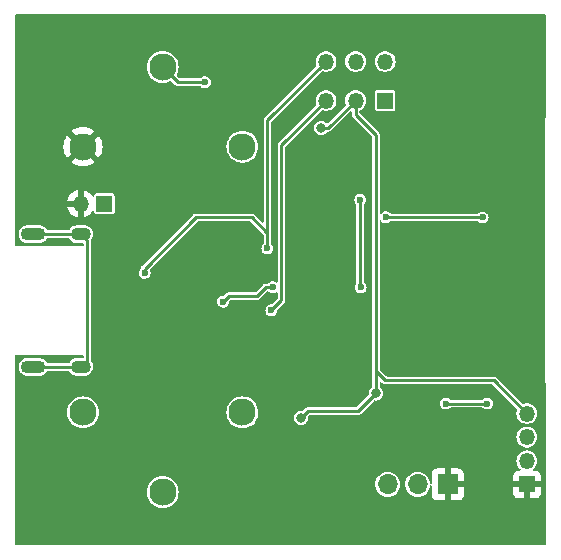
<source format=gbl>
%TF.GenerationSoftware,KiCad,Pcbnew,7.0.7*%
%TF.CreationDate,2023-09-18T11:47:39+09:00*%
%TF.ProjectId,gas_nrf52832,6761735f-6e72-4663-9532-3833322e6b69,rev?*%
%TF.SameCoordinates,Original*%
%TF.FileFunction,Copper,L2,Bot*%
%TF.FilePolarity,Positive*%
%FSLAX46Y46*%
G04 Gerber Fmt 4.6, Leading zero omitted, Abs format (unit mm)*
G04 Created by KiCad (PCBNEW 7.0.7) date 2023-09-18 11:47:39*
%MOMM*%
%LPD*%
G01*
G04 APERTURE LIST*
%TA.AperFunction,ComponentPad*%
%ADD10R,1.700000X1.700000*%
%TD*%
%TA.AperFunction,ComponentPad*%
%ADD11O,1.700000X1.700000*%
%TD*%
%TA.AperFunction,ComponentPad*%
%ADD12R,1.350000X1.350000*%
%TD*%
%TA.AperFunction,ComponentPad*%
%ADD13O,1.350000X1.350000*%
%TD*%
%TA.AperFunction,ComponentPad*%
%ADD14O,2.100000X1.100000*%
%TD*%
%TA.AperFunction,ComponentPad*%
%ADD15O,1.700000X1.100000*%
%TD*%
%TA.AperFunction,ComponentPad*%
%ADD16C,2.300000*%
%TD*%
%TA.AperFunction,ViaPad*%
%ADD17C,0.600000*%
%TD*%
%TA.AperFunction,ViaPad*%
%ADD18C,0.800000*%
%TD*%
%TA.AperFunction,Conductor*%
%ADD19C,0.250000*%
%TD*%
G04 APERTURE END LIST*
D10*
X141300000Y-111500000D03*
D11*
X138760000Y-111500000D03*
X136220000Y-111500000D03*
D12*
X112215312Y-87735312D03*
D13*
X110215312Y-87735312D03*
D14*
X106215312Y-90315312D03*
X106215312Y-101555312D03*
D15*
X110215312Y-90315312D03*
X110215312Y-101555312D03*
D12*
X148000000Y-111500000D03*
D13*
X148000000Y-109500000D03*
X148000000Y-107500000D03*
X148000000Y-105500000D03*
D12*
X136000000Y-79000000D03*
D13*
X133500000Y-79000000D03*
X131000000Y-79000000D03*
X136000000Y-75700000D03*
X133500000Y-75700000D03*
X131000000Y-75700000D03*
D16*
X123920000Y-105400000D03*
X110420000Y-105400000D03*
X117170000Y-112150000D03*
X117170000Y-76150000D03*
X110420000Y-82900000D03*
X123920000Y-82900000D03*
D17*
X148500000Y-84500000D03*
X144500000Y-84500000D03*
X126032812Y-91525312D03*
X115632812Y-93600312D03*
D18*
X130600000Y-81300000D03*
X135200000Y-103800000D03*
X128900000Y-105850000D03*
D17*
X144250000Y-88900000D03*
X136070000Y-88870000D03*
X106265312Y-87165312D03*
X142035000Y-109722500D03*
X108365312Y-103065312D03*
X146375000Y-93850000D03*
X141300000Y-109700000D03*
X144735000Y-108572500D03*
X120265312Y-95165312D03*
X116832812Y-96425312D03*
X137775000Y-89950000D03*
X147900000Y-102400000D03*
X129332812Y-93715312D03*
X112050000Y-81250000D03*
X148000000Y-113100000D03*
X136275000Y-91750000D03*
X148975000Y-94450000D03*
X114615312Y-96465312D03*
X146400000Y-111500000D03*
X118532812Y-97175312D03*
X124542812Y-90865312D03*
X138700000Y-104000000D03*
X148975000Y-93150000D03*
X128032812Y-92315312D03*
X147875000Y-88150000D03*
X137800000Y-101900000D03*
X139475000Y-98350000D03*
X116565312Y-90965312D03*
X143635000Y-109722500D03*
X139475000Y-93850000D03*
X110215312Y-85885312D03*
X149200000Y-102350000D03*
X115265312Y-89565312D03*
X122782812Y-89525312D03*
X108850000Y-81250000D03*
X147875000Y-94450000D03*
X139800000Y-107600000D03*
X112582812Y-98665312D03*
X111515312Y-91815312D03*
X112682812Y-93215312D03*
X136275000Y-100150000D03*
X129800000Y-89800000D03*
X136275000Y-89950000D03*
X123445000Y-79600000D03*
X145475000Y-96050000D03*
X143775000Y-98350000D03*
X123765312Y-96365312D03*
X148975000Y-89450000D03*
X129100000Y-90500000D03*
X117282812Y-89685312D03*
X147900000Y-103500000D03*
X143775000Y-93850000D03*
X127632812Y-99625312D03*
X149200000Y-103500000D03*
D18*
X121832812Y-93575312D03*
D17*
X149000000Y-113100000D03*
X108850000Y-84450000D03*
X107765312Y-87215312D03*
X141675000Y-96050000D03*
X132000000Y-91950000D03*
X147875000Y-93150000D03*
X148975000Y-88150000D03*
X146500000Y-113100000D03*
X112050000Y-84450000D03*
X111482812Y-100015312D03*
X114615312Y-95465312D03*
X118432812Y-88485312D03*
X119865312Y-95865312D03*
D18*
X123282812Y-93575312D03*
X121832812Y-92225312D03*
D17*
X123445000Y-78550000D03*
X136300000Y-101900000D03*
X107265312Y-104165312D03*
X147875000Y-89450000D03*
X119532812Y-90725312D03*
X125974427Y-92496167D03*
X143000000Y-111500000D03*
X138085000Y-109622500D03*
D18*
X123282812Y-92225312D03*
D17*
X138206233Y-103324500D03*
X128032812Y-95065312D03*
X114032812Y-90965312D03*
X122282812Y-96025312D03*
X126482812Y-94815312D03*
X133900000Y-87400000D03*
X133924500Y-94824500D03*
X126365312Y-96765312D03*
X120745000Y-77450000D03*
X141135000Y-104655000D03*
X144635000Y-104655000D03*
D19*
X124707812Y-88900312D02*
X119957812Y-88900312D01*
X115632812Y-93225312D02*
X115632812Y-93600312D01*
X126032812Y-91525312D02*
X126032812Y-80667188D01*
X119957812Y-88900312D02*
X115632812Y-93225312D01*
X126032812Y-80667188D02*
X131000000Y-75700000D01*
X126032812Y-91525312D02*
X126032812Y-90225312D01*
X126032812Y-90225312D02*
X124707812Y-88900312D01*
X136100000Y-102700000D02*
X145200000Y-102700000D01*
X131200000Y-81300000D02*
X130600000Y-81300000D01*
X135200000Y-103800000D02*
X135200000Y-97600000D01*
X129450000Y-105300000D02*
X133700000Y-105300000D01*
X135200000Y-97600000D02*
X135200000Y-81900000D01*
X133700000Y-105300000D02*
X135200000Y-103800000D01*
X135200000Y-102500000D02*
X135200000Y-103800000D01*
X136000000Y-102700000D02*
X135200000Y-101900000D01*
X133500000Y-79000000D02*
X131200000Y-81300000D01*
X135200000Y-101900000D02*
X135200000Y-102500000D01*
X133500000Y-80200000D02*
X133500000Y-79000000D01*
X135200000Y-81900000D02*
X133500000Y-80200000D01*
X136100000Y-102700000D02*
X136000000Y-102700000D01*
X145200000Y-102700000D02*
X148000000Y-105500000D01*
X128900000Y-105850000D02*
X129450000Y-105300000D01*
X144250000Y-88900000D02*
X136100000Y-88900000D01*
X136100000Y-88900000D02*
X136070000Y-88870000D01*
X125142812Y-95565312D02*
X125892812Y-94815312D01*
X122282812Y-96025312D02*
X122742812Y-95565312D01*
X122742812Y-95565312D02*
X125142812Y-95565312D01*
X125892812Y-94815312D02*
X126482812Y-94815312D01*
X133900000Y-87400000D02*
X133900000Y-94800000D01*
X133900000Y-94800000D02*
X133924500Y-94824500D01*
X110800000Y-100970624D02*
X110215312Y-101555312D01*
X110215312Y-90315312D02*
X110800000Y-90900000D01*
X106215312Y-90315312D02*
X110215312Y-90315312D01*
X110215312Y-101555312D02*
X106215312Y-101555312D01*
X110800000Y-90900000D02*
X110800000Y-100970624D01*
X126365312Y-96765312D02*
X127216696Y-95913928D01*
X127216696Y-95913928D02*
X127216696Y-82783304D01*
X127216696Y-82783304D02*
X131000000Y-79000000D01*
X118470000Y-77450000D02*
X117170000Y-76150000D01*
X120745000Y-77450000D02*
X118470000Y-77450000D01*
X141135000Y-104655000D02*
X144635000Y-104655000D01*
%TA.AperFunction,Conductor*%
G36*
X149623205Y-71717313D02*
G01*
X149648515Y-71761150D01*
X149649638Y-71774360D01*
X149564632Y-89243125D01*
X149550000Y-92250000D01*
X149593425Y-113485063D01*
X149599735Y-116570349D01*
X149582519Y-116617950D01*
X149538734Y-116643349D01*
X149525735Y-116644500D01*
X104724500Y-116644500D01*
X104676934Y-116627187D01*
X104651624Y-116583350D01*
X104650500Y-116570500D01*
X104650500Y-112150004D01*
X115814341Y-112150004D01*
X115834936Y-112385403D01*
X115834936Y-112385406D01*
X115834937Y-112385408D01*
X115896097Y-112613663D01*
X115995965Y-112827830D01*
X116131505Y-113021401D01*
X116298599Y-113188495D01*
X116492170Y-113324035D01*
X116706337Y-113423903D01*
X116934592Y-113485063D01*
X117052295Y-113495361D01*
X117169996Y-113505659D01*
X117170000Y-113505659D01*
X117170004Y-113505659D01*
X117274625Y-113496505D01*
X117405408Y-113485063D01*
X117633663Y-113423903D01*
X117847830Y-113324035D01*
X118041401Y-113188495D01*
X118208495Y-113021401D01*
X118344035Y-112827830D01*
X118443903Y-112613663D01*
X118505063Y-112385408D01*
X118525659Y-112150000D01*
X118505063Y-111914592D01*
X118443903Y-111686337D01*
X118357012Y-111499999D01*
X135164417Y-111499999D01*
X135184700Y-111705935D01*
X135198067Y-111750000D01*
X135244768Y-111903954D01*
X135342315Y-112086450D01*
X135473590Y-112246410D01*
X135633550Y-112377685D01*
X135816046Y-112475232D01*
X136014066Y-112535300D01*
X136220000Y-112555583D01*
X136425934Y-112535300D01*
X136623954Y-112475232D01*
X136806450Y-112377685D01*
X136966410Y-112246410D01*
X137097685Y-112086450D01*
X137195232Y-111903954D01*
X137255300Y-111705934D01*
X137275583Y-111500000D01*
X137275583Y-111499999D01*
X137704417Y-111499999D01*
X137724700Y-111705935D01*
X137738067Y-111750000D01*
X137784768Y-111903954D01*
X137882315Y-112086450D01*
X138013590Y-112246410D01*
X138173550Y-112377685D01*
X138356046Y-112475232D01*
X138554066Y-112535300D01*
X138760000Y-112555583D01*
X138965934Y-112535300D01*
X139163954Y-112475232D01*
X139346450Y-112377685D01*
X139506410Y-112246410D01*
X139637685Y-112086450D01*
X139735232Y-111903954D01*
X139795300Y-111705934D01*
X139802356Y-111634286D01*
X139824248Y-111588647D01*
X139870355Y-111567757D01*
X139919103Y-111581390D01*
X139947683Y-111623169D01*
X139950000Y-111641541D01*
X139950000Y-112397828D01*
X139956402Y-112457375D01*
X139956403Y-112457380D01*
X140006645Y-112592087D01*
X140006646Y-112592088D01*
X140092811Y-112707188D01*
X140207911Y-112793353D01*
X140207912Y-112793354D01*
X140342619Y-112843596D01*
X140342624Y-112843597D01*
X140402171Y-112850000D01*
X141050000Y-112850000D01*
X141050000Y-112050648D01*
X141067313Y-112003082D01*
X141111150Y-111977772D01*
X141154739Y-111983334D01*
X141157685Y-111984680D01*
X141264237Y-112000000D01*
X141264243Y-112000000D01*
X141335757Y-112000000D01*
X141335763Y-112000000D01*
X141442315Y-111984680D01*
X141445260Y-111983334D01*
X141495719Y-111979324D01*
X141536952Y-112008685D01*
X141550000Y-112050648D01*
X141550000Y-112850000D01*
X142197829Y-112850000D01*
X142257375Y-112843597D01*
X142257380Y-112843596D01*
X142392087Y-112793354D01*
X142392088Y-112793353D01*
X142507188Y-112707188D01*
X142593353Y-112592088D01*
X142593354Y-112592087D01*
X142643596Y-112457380D01*
X142643597Y-112457375D01*
X142650000Y-112397828D01*
X142650000Y-112222828D01*
X146825000Y-112222828D01*
X146831402Y-112282375D01*
X146831403Y-112282380D01*
X146881645Y-112417087D01*
X146881646Y-112417088D01*
X146967811Y-112532188D01*
X147082911Y-112618353D01*
X147082912Y-112618354D01*
X147217619Y-112668596D01*
X147217624Y-112668597D01*
X147277171Y-112675000D01*
X147750000Y-112675000D01*
X147750000Y-111942306D01*
X147767313Y-111894740D01*
X147811150Y-111869430D01*
X147857596Y-111876372D01*
X147874852Y-111885165D01*
X147953683Y-111897650D01*
X147968518Y-111900000D01*
X147968519Y-111900000D01*
X148031482Y-111900000D01*
X148045567Y-111897769D01*
X148125148Y-111885165D01*
X148142403Y-111876372D01*
X148192643Y-111870202D01*
X148235097Y-111897769D01*
X148250000Y-111942306D01*
X148250000Y-112675000D01*
X148722829Y-112675000D01*
X148782375Y-112668597D01*
X148782380Y-112668596D01*
X148917087Y-112618354D01*
X148917088Y-112618353D01*
X149032188Y-112532188D01*
X149118353Y-112417088D01*
X149118354Y-112417087D01*
X149168596Y-112282380D01*
X149168597Y-112282375D01*
X149175000Y-112222828D01*
X149175000Y-111750000D01*
X148442307Y-111750000D01*
X148394741Y-111732687D01*
X148369431Y-111688850D01*
X148376373Y-111642404D01*
X148385164Y-111625149D01*
X148385165Y-111625148D01*
X148404986Y-111500000D01*
X148385165Y-111374852D01*
X148376373Y-111357596D01*
X148370204Y-111307354D01*
X148397772Y-111264901D01*
X148442307Y-111250000D01*
X149175000Y-111250000D01*
X149175000Y-110777171D01*
X149168597Y-110717624D01*
X149168596Y-110717619D01*
X149118354Y-110582912D01*
X149118353Y-110582911D01*
X149032188Y-110467811D01*
X148917088Y-110381646D01*
X148917087Y-110381645D01*
X148782380Y-110331403D01*
X148782375Y-110331402D01*
X148722829Y-110325000D01*
X148581723Y-110325000D01*
X148534157Y-110307687D01*
X148508847Y-110263850D01*
X148517637Y-110214000D01*
X148538227Y-110191133D01*
X148589047Y-110154209D01*
X148589046Y-110154209D01*
X148589050Y-110154207D01*
X148712195Y-110017440D01*
X148804214Y-109858059D01*
X148861085Y-109683029D01*
X148880322Y-109500000D01*
X148861085Y-109316971D01*
X148857127Y-109304789D01*
X148804215Y-109141942D01*
X148712197Y-108982563D01*
X148712194Y-108982558D01*
X148589047Y-108845790D01*
X148440167Y-108737622D01*
X148440160Y-108737618D01*
X148272035Y-108662764D01*
X148272033Y-108662763D01*
X148130282Y-108632633D01*
X148092019Y-108624500D01*
X147907981Y-108624500D01*
X147876425Y-108631207D01*
X147727966Y-108662763D01*
X147727964Y-108662764D01*
X147559839Y-108737618D01*
X147559832Y-108737622D01*
X147410952Y-108845790D01*
X147287805Y-108982558D01*
X147287802Y-108982563D01*
X147195784Y-109141942D01*
X147138916Y-109316965D01*
X147119678Y-109500000D01*
X147138916Y-109683034D01*
X147195784Y-109858057D01*
X147287802Y-110017436D01*
X147287805Y-110017441D01*
X147410952Y-110154209D01*
X147461773Y-110191133D01*
X147490079Y-110233098D01*
X147484788Y-110283439D01*
X147448375Y-110318602D01*
X147418277Y-110325000D01*
X147277171Y-110325000D01*
X147217624Y-110331402D01*
X147217619Y-110331403D01*
X147082912Y-110381645D01*
X147082911Y-110381646D01*
X146967811Y-110467811D01*
X146881646Y-110582911D01*
X146881645Y-110582912D01*
X146831403Y-110717619D01*
X146831402Y-110717624D01*
X146825000Y-110777171D01*
X146825000Y-111250000D01*
X147557693Y-111250000D01*
X147605259Y-111267313D01*
X147630569Y-111311150D01*
X147623627Y-111357596D01*
X147614835Y-111374850D01*
X147614835Y-111374851D01*
X147595014Y-111499999D01*
X147614835Y-111625148D01*
X147614835Y-111625149D01*
X147623627Y-111642404D01*
X147629796Y-111692646D01*
X147602228Y-111735099D01*
X147557693Y-111750000D01*
X146825000Y-111750000D01*
X146825000Y-112222828D01*
X142650000Y-112222828D01*
X142650000Y-111750000D01*
X141846554Y-111750000D01*
X141798988Y-111732687D01*
X141773678Y-111688850D01*
X141775552Y-111655151D01*
X141800000Y-111571891D01*
X141800000Y-111428108D01*
X141775552Y-111344849D01*
X141778762Y-111294332D01*
X141813693Y-111257697D01*
X141846554Y-111250000D01*
X142650000Y-111250000D01*
X142650000Y-110602171D01*
X142643597Y-110542624D01*
X142643596Y-110542619D01*
X142593354Y-110407912D01*
X142593353Y-110407911D01*
X142507188Y-110292811D01*
X142392088Y-110206646D01*
X142392087Y-110206645D01*
X142257380Y-110156403D01*
X142257375Y-110156402D01*
X142197829Y-110150000D01*
X141550000Y-110150000D01*
X141550000Y-110949352D01*
X141532687Y-110996918D01*
X141488850Y-111022228D01*
X141445262Y-111016666D01*
X141442315Y-111015320D01*
X141442313Y-111015319D01*
X141442311Y-111015319D01*
X141335767Y-111000000D01*
X141335763Y-111000000D01*
X141264237Y-111000000D01*
X141264232Y-111000000D01*
X141157688Y-111015319D01*
X141157685Y-111015320D01*
X141154738Y-111016666D01*
X141104278Y-111020675D01*
X141063046Y-110991312D01*
X141050000Y-110949352D01*
X141050000Y-110150000D01*
X140402171Y-110150000D01*
X140342624Y-110156402D01*
X140342619Y-110156403D01*
X140207912Y-110206645D01*
X140207911Y-110206646D01*
X140092811Y-110292811D01*
X140006646Y-110407911D01*
X140006645Y-110407912D01*
X139956403Y-110542619D01*
X139956402Y-110542624D01*
X139950000Y-110602171D01*
X139950000Y-111358458D01*
X139932687Y-111406024D01*
X139888850Y-111431334D01*
X139839000Y-111422544D01*
X139806463Y-111383767D01*
X139802357Y-111365716D01*
X139795300Y-111294066D01*
X139735232Y-111096046D01*
X139637685Y-110913550D01*
X139506410Y-110753590D01*
X139346450Y-110622315D01*
X139163954Y-110524768D01*
X139052158Y-110490855D01*
X138965935Y-110464700D01*
X138862966Y-110454558D01*
X138760000Y-110444417D01*
X138759999Y-110444417D01*
X138554064Y-110464700D01*
X138356043Y-110524769D01*
X138173549Y-110622315D01*
X138013590Y-110753589D01*
X138013589Y-110753590D01*
X137882315Y-110913549D01*
X137784769Y-111096043D01*
X137784768Y-111096045D01*
X137784768Y-111096046D01*
X137777011Y-111121616D01*
X137724700Y-111294064D01*
X137704417Y-111499999D01*
X137275583Y-111499999D01*
X137255300Y-111294066D01*
X137195232Y-111096046D01*
X137097685Y-110913550D01*
X136966410Y-110753590D01*
X136806450Y-110622315D01*
X136623954Y-110524768D01*
X136512158Y-110490855D01*
X136425935Y-110464700D01*
X136220000Y-110444417D01*
X136014064Y-110464700D01*
X135816043Y-110524769D01*
X135633549Y-110622315D01*
X135473590Y-110753589D01*
X135473589Y-110753590D01*
X135342315Y-110913549D01*
X135244769Y-111096043D01*
X135244768Y-111096045D01*
X135244768Y-111096046D01*
X135237011Y-111121616D01*
X135184700Y-111294064D01*
X135164417Y-111499999D01*
X118357012Y-111499999D01*
X118344035Y-111472171D01*
X118208495Y-111278599D01*
X118041401Y-111111505D01*
X118041398Y-111111503D01*
X118041399Y-111111503D01*
X117911682Y-111020675D01*
X117847830Y-110975965D01*
X117633663Y-110876097D01*
X117405408Y-110814937D01*
X117405406Y-110814936D01*
X117405403Y-110814936D01*
X117170004Y-110794341D01*
X117169996Y-110794341D01*
X116934596Y-110814936D01*
X116934592Y-110814936D01*
X116934592Y-110814937D01*
X116706337Y-110876097D01*
X116706336Y-110876097D01*
X116706334Y-110876098D01*
X116706333Y-110876098D01*
X116549243Y-110949352D01*
X116492167Y-110975967D01*
X116298602Y-111111502D01*
X116298599Y-111111504D01*
X116131504Y-111278599D01*
X116131502Y-111278602D01*
X115995967Y-111472167D01*
X115995965Y-111472170D01*
X115995965Y-111472171D01*
X115896097Y-111686337D01*
X115882242Y-111738045D01*
X115834936Y-111914596D01*
X115814341Y-112149995D01*
X115814341Y-112150004D01*
X104650500Y-112150004D01*
X104650500Y-107500000D01*
X147119678Y-107500000D01*
X147138916Y-107683034D01*
X147195784Y-107858057D01*
X147287802Y-108017436D01*
X147287805Y-108017441D01*
X147410952Y-108154209D01*
X147559832Y-108262377D01*
X147559839Y-108262381D01*
X147727966Y-108337236D01*
X147907981Y-108375500D01*
X147907982Y-108375500D01*
X148092018Y-108375500D01*
X148092019Y-108375500D01*
X148272034Y-108337236D01*
X148440161Y-108262381D01*
X148589050Y-108154207D01*
X148712195Y-108017440D01*
X148804214Y-107858059D01*
X148861085Y-107683029D01*
X148880322Y-107500000D01*
X148861085Y-107316971D01*
X148857127Y-107304789D01*
X148804215Y-107141942D01*
X148712197Y-106982563D01*
X148712194Y-106982558D01*
X148589047Y-106845790D01*
X148440167Y-106737622D01*
X148440160Y-106737618D01*
X148272035Y-106662764D01*
X148272033Y-106662763D01*
X148130282Y-106632633D01*
X148092019Y-106624500D01*
X147907981Y-106624500D01*
X147876425Y-106631207D01*
X147727966Y-106662763D01*
X147727964Y-106662764D01*
X147559839Y-106737618D01*
X147559832Y-106737622D01*
X147410952Y-106845790D01*
X147287805Y-106982558D01*
X147287802Y-106982563D01*
X147195784Y-107141942D01*
X147138916Y-107316965D01*
X147119678Y-107500000D01*
X104650500Y-107500000D01*
X104650500Y-105400004D01*
X109064341Y-105400004D01*
X109084936Y-105635403D01*
X109084936Y-105635406D01*
X109084937Y-105635408D01*
X109146097Y-105863663D01*
X109245965Y-106077830D01*
X109381505Y-106271401D01*
X109548599Y-106438495D01*
X109742170Y-106574035D01*
X109956337Y-106673903D01*
X110184592Y-106735063D01*
X110302295Y-106745361D01*
X110419996Y-106755659D01*
X110420000Y-106755659D01*
X110420004Y-106755659D01*
X110524625Y-106746505D01*
X110655408Y-106735063D01*
X110883663Y-106673903D01*
X111097830Y-106574035D01*
X111291401Y-106438495D01*
X111458495Y-106271401D01*
X111594035Y-106077830D01*
X111693903Y-105863663D01*
X111755063Y-105635408D01*
X111775659Y-105400004D01*
X122564341Y-105400004D01*
X122584936Y-105635403D01*
X122584936Y-105635406D01*
X122584937Y-105635408D01*
X122646097Y-105863663D01*
X122745965Y-106077830D01*
X122881505Y-106271401D01*
X123048599Y-106438495D01*
X123242170Y-106574035D01*
X123456337Y-106673903D01*
X123684592Y-106735063D01*
X123802295Y-106745361D01*
X123919996Y-106755659D01*
X123920000Y-106755659D01*
X123920004Y-106755659D01*
X124024625Y-106746505D01*
X124155408Y-106735063D01*
X124383663Y-106673903D01*
X124597830Y-106574035D01*
X124791401Y-106438495D01*
X124958495Y-106271401D01*
X125094035Y-106077830D01*
X125193903Y-105863663D01*
X125197564Y-105850000D01*
X128294318Y-105850000D01*
X128314955Y-106006760D01*
X128314955Y-106006761D01*
X128375464Y-106152841D01*
X128471715Y-106278279D01*
X128471720Y-106278284D01*
X128548547Y-106337235D01*
X128597159Y-106374536D01*
X128743238Y-106435044D01*
X128900000Y-106455682D01*
X129056762Y-106435044D01*
X129202841Y-106374536D01*
X129328282Y-106278282D01*
X129424536Y-106152841D01*
X129485044Y-106006762D01*
X129505682Y-105850000D01*
X129493534Y-105757733D01*
X129504490Y-105708315D01*
X129514569Y-105695755D01*
X129563154Y-105647172D01*
X129609030Y-105625781D01*
X129615478Y-105625500D01*
X133684174Y-105625500D01*
X133687394Y-105625640D01*
X133713546Y-105627928D01*
X133728805Y-105629264D01*
X133728805Y-105629263D01*
X133728807Y-105629264D01*
X133768967Y-105618502D01*
X133772100Y-105617807D01*
X133813045Y-105610588D01*
X133817194Y-105608191D01*
X133835055Y-105600794D01*
X133839684Y-105599554D01*
X133873732Y-105575712D01*
X133876450Y-105573980D01*
X133912455Y-105553194D01*
X133939187Y-105521334D01*
X133941348Y-105518976D01*
X134805325Y-104654999D01*
X140629353Y-104654999D01*
X140649834Y-104797454D01*
X140709623Y-104928373D01*
X140803868Y-105037139D01*
X140803869Y-105037140D01*
X140803872Y-105037143D01*
X140924947Y-105114953D01*
X141016861Y-105141941D01*
X141063035Y-105155499D01*
X141063037Y-105155500D01*
X141063039Y-105155500D01*
X141206963Y-105155500D01*
X141206964Y-105155499D01*
X141345053Y-105114953D01*
X141466128Y-105037143D01*
X141493079Y-105006039D01*
X141537312Y-104981430D01*
X141549004Y-104980500D01*
X144220996Y-104980500D01*
X144268562Y-104997813D01*
X144276917Y-105006035D01*
X144303872Y-105037143D01*
X144424947Y-105114953D01*
X144516861Y-105141941D01*
X144563035Y-105155499D01*
X144563037Y-105155500D01*
X144563039Y-105155500D01*
X144706963Y-105155500D01*
X144706964Y-105155499D01*
X144845053Y-105114953D01*
X144966128Y-105037143D01*
X145060377Y-104928373D01*
X145120165Y-104797457D01*
X145140647Y-104655000D01*
X145120165Y-104512543D01*
X145060377Y-104381627D01*
X145010907Y-104324535D01*
X144966131Y-104272860D01*
X144966129Y-104272859D01*
X144966128Y-104272857D01*
X144893164Y-104225966D01*
X144845054Y-104195047D01*
X144845050Y-104195046D01*
X144706964Y-104154500D01*
X144706961Y-104154500D01*
X144563039Y-104154500D01*
X144563036Y-104154500D01*
X144424949Y-104195046D01*
X144424945Y-104195047D01*
X144303875Y-104272855D01*
X144303872Y-104272857D01*
X144276920Y-104303960D01*
X144232688Y-104328570D01*
X144220996Y-104329500D01*
X141549004Y-104329500D01*
X141501438Y-104312187D01*
X141493082Y-104303964D01*
X141466128Y-104272857D01*
X141393164Y-104225966D01*
X141345054Y-104195047D01*
X141345050Y-104195046D01*
X141206964Y-104154500D01*
X141206961Y-104154500D01*
X141063039Y-104154500D01*
X141063036Y-104154500D01*
X140924949Y-104195046D01*
X140924945Y-104195047D01*
X140803875Y-104272855D01*
X140803868Y-104272860D01*
X140709623Y-104381626D01*
X140649834Y-104512545D01*
X140629353Y-104654999D01*
X134805325Y-104654999D01*
X135045750Y-104414574D01*
X135091625Y-104393183D01*
X135107730Y-104393533D01*
X135200000Y-104405682D01*
X135356762Y-104385044D01*
X135502841Y-104324536D01*
X135628282Y-104228282D01*
X135724536Y-104102841D01*
X135785044Y-103956762D01*
X135805682Y-103800000D01*
X135785044Y-103643238D01*
X135724536Y-103497159D01*
X135705285Y-103472070D01*
X135628286Y-103371722D01*
X135628284Y-103371720D01*
X135628282Y-103371719D01*
X135628282Y-103371718D01*
X135554451Y-103315065D01*
X135527254Y-103272373D01*
X135525500Y-103256357D01*
X135525500Y-102864477D01*
X135542813Y-102816911D01*
X135586650Y-102791601D01*
X135636500Y-102800391D01*
X135651823Y-102812149D01*
X135757692Y-102918018D01*
X135758647Y-102918973D01*
X135760819Y-102921343D01*
X135787545Y-102953194D01*
X135823546Y-102973979D01*
X135826270Y-102975715D01*
X135860314Y-102999553D01*
X135860316Y-102999554D01*
X135864949Y-103000795D01*
X135882795Y-103008186D01*
X135886955Y-103010588D01*
X135886958Y-103010588D01*
X135886959Y-103010589D01*
X135886958Y-103010589D01*
X135927888Y-103017806D01*
X135931038Y-103018504D01*
X135971193Y-103029264D01*
X135971193Y-103029263D01*
X135971194Y-103029264D01*
X135979040Y-103028577D01*
X136012610Y-103025640D01*
X136015829Y-103025500D01*
X136071525Y-103025500D01*
X145034522Y-103025500D01*
X145082088Y-103042813D01*
X145086848Y-103047174D01*
X147160244Y-105120570D01*
X147181636Y-105166446D01*
X147178296Y-105195763D01*
X147138916Y-105316964D01*
X147138915Y-105316969D01*
X147138915Y-105316971D01*
X147119678Y-105500000D01*
X147135146Y-105647173D01*
X147138916Y-105683034D01*
X147195784Y-105858057D01*
X147287802Y-106017436D01*
X147287805Y-106017441D01*
X147410952Y-106154209D01*
X147559832Y-106262377D01*
X147559839Y-106262381D01*
X147727966Y-106337236D01*
X147907981Y-106375500D01*
X147907982Y-106375500D01*
X148092018Y-106375500D01*
X148092019Y-106375500D01*
X148272034Y-106337236D01*
X148440161Y-106262381D01*
X148589050Y-106154207D01*
X148712195Y-106017440D01*
X148804214Y-105858059D01*
X148861085Y-105683029D01*
X148880322Y-105500000D01*
X148861085Y-105316971D01*
X148841425Y-105256464D01*
X148804215Y-105141942D01*
X148712197Y-104982563D01*
X148712194Y-104982558D01*
X148589047Y-104845790D01*
X148440167Y-104737622D01*
X148440160Y-104737618D01*
X148272035Y-104662764D01*
X148272033Y-104662763D01*
X148130282Y-104632633D01*
X148092019Y-104624500D01*
X147907981Y-104624500D01*
X147859389Y-104634828D01*
X147727968Y-104662763D01*
X147727967Y-104662763D01*
X147701859Y-104674387D01*
X147651364Y-104677917D01*
X147619436Y-104659110D01*
X145441357Y-102481031D01*
X145439176Y-102478651D01*
X145436363Y-102475299D01*
X145412455Y-102446806D01*
X145395088Y-102436778D01*
X145376458Y-102426022D01*
X145373736Y-102424288D01*
X145339685Y-102400446D01*
X145339682Y-102400445D01*
X145335047Y-102399203D01*
X145317200Y-102391811D01*
X145313044Y-102389411D01*
X145272114Y-102382193D01*
X145268964Y-102381495D01*
X145228806Y-102370735D01*
X145228805Y-102370735D01*
X145195818Y-102373622D01*
X145187394Y-102374359D01*
X145184174Y-102374500D01*
X136165478Y-102374500D01*
X136117912Y-102357187D01*
X136113152Y-102352826D01*
X135547174Y-101786848D01*
X135525782Y-101740972D01*
X135525500Y-101734522D01*
X135525500Y-89204299D01*
X135542813Y-89156733D01*
X135586650Y-89131423D01*
X135636500Y-89140213D01*
X135655424Y-89155838D01*
X135670618Y-89173373D01*
X135738868Y-89252139D01*
X135738869Y-89252140D01*
X135738872Y-89252143D01*
X135859947Y-89329953D01*
X135962115Y-89359952D01*
X135998035Y-89370499D01*
X135998037Y-89370500D01*
X135998039Y-89370500D01*
X136141963Y-89370500D01*
X136141964Y-89370499D01*
X136280053Y-89329953D01*
X136401128Y-89252143D01*
X136402083Y-89251040D01*
X136402966Y-89250549D01*
X136405128Y-89248676D01*
X136405519Y-89249128D01*
X136446318Y-89226429D01*
X136458009Y-89225500D01*
X143835996Y-89225500D01*
X143883562Y-89242813D01*
X143891917Y-89251035D01*
X143918872Y-89282143D01*
X144039947Y-89359953D01*
X144146403Y-89391211D01*
X144178035Y-89400499D01*
X144178037Y-89400500D01*
X144178039Y-89400500D01*
X144321963Y-89400500D01*
X144321964Y-89400499D01*
X144460053Y-89359953D01*
X144581128Y-89282143D01*
X144675377Y-89173373D01*
X144735165Y-89042457D01*
X144755647Y-88900000D01*
X144735165Y-88757543D01*
X144675377Y-88626627D01*
X144636541Y-88581807D01*
X144581131Y-88517860D01*
X144581129Y-88517859D01*
X144581128Y-88517857D01*
X144524182Y-88481260D01*
X144460054Y-88440047D01*
X144460050Y-88440046D01*
X144321964Y-88399500D01*
X144321961Y-88399500D01*
X144178039Y-88399500D01*
X144178036Y-88399500D01*
X144039949Y-88440046D01*
X144039945Y-88440047D01*
X143918875Y-88517855D01*
X143918872Y-88517857D01*
X143891920Y-88548960D01*
X143847688Y-88573570D01*
X143835996Y-88574500D01*
X136509999Y-88574500D01*
X136462433Y-88557187D01*
X136454077Y-88548964D01*
X136401128Y-88487857D01*
X136326734Y-88440047D01*
X136280054Y-88410047D01*
X136280050Y-88410046D01*
X136141964Y-88369500D01*
X136141961Y-88369500D01*
X135998039Y-88369500D01*
X135998036Y-88369500D01*
X135859949Y-88410046D01*
X135859945Y-88410047D01*
X135738875Y-88487855D01*
X135738871Y-88487858D01*
X135738277Y-88488544D01*
X135657102Y-88582226D01*
X135655426Y-88584160D01*
X135611192Y-88608770D01*
X135561488Y-88599191D01*
X135529570Y-88559903D01*
X135525500Y-88535700D01*
X135525500Y-81915825D01*
X135525641Y-81912598D01*
X135526247Y-81905681D01*
X135529264Y-81871193D01*
X135518502Y-81831033D01*
X135517806Y-81827889D01*
X135510589Y-81786958D01*
X135510588Y-81786956D01*
X135510588Y-81786955D01*
X135508186Y-81782795D01*
X135500795Y-81764949D01*
X135499554Y-81760316D01*
X135477121Y-81728279D01*
X135475715Y-81726270D01*
X135473979Y-81723546D01*
X135453193Y-81687543D01*
X135421347Y-81660821D01*
X135418966Y-81658640D01*
X133847174Y-80086848D01*
X133825782Y-80040972D01*
X133825500Y-80034522D01*
X133825500Y-79861486D01*
X133842813Y-79813920D01*
X133869398Y-79793886D01*
X133940161Y-79762381D01*
X134033253Y-79694746D01*
X135124500Y-79694746D01*
X135136133Y-79753232D01*
X135163296Y-79793883D01*
X135180448Y-79819552D01*
X135206912Y-79837235D01*
X135246767Y-79863866D01*
X135246768Y-79863866D01*
X135246769Y-79863867D01*
X135305252Y-79875500D01*
X135305254Y-79875500D01*
X136694746Y-79875500D01*
X136694748Y-79875500D01*
X136753231Y-79863867D01*
X136819552Y-79819552D01*
X136863867Y-79753231D01*
X136875500Y-79694748D01*
X136875500Y-78305252D01*
X136863867Y-78246769D01*
X136857752Y-78237618D01*
X136849027Y-78224560D01*
X136819552Y-78180448D01*
X136797343Y-78165608D01*
X136753232Y-78136133D01*
X136753233Y-78136133D01*
X136723989Y-78130316D01*
X136694748Y-78124500D01*
X135305252Y-78124500D01*
X135276010Y-78130316D01*
X135246767Y-78136133D01*
X135180449Y-78180447D01*
X135180447Y-78180449D01*
X135136133Y-78246767D01*
X135124500Y-78305253D01*
X135124500Y-79694746D01*
X134033253Y-79694746D01*
X134089050Y-79654207D01*
X134212195Y-79517440D01*
X134304214Y-79358059D01*
X134305266Y-79354823D01*
X134361083Y-79183034D01*
X134361085Y-79183029D01*
X134380322Y-79000000D01*
X134361085Y-78816971D01*
X134357127Y-78804789D01*
X134304215Y-78641942D01*
X134212197Y-78482563D01*
X134212194Y-78482558D01*
X134089047Y-78345790D01*
X133940167Y-78237622D01*
X133940160Y-78237618D01*
X133772035Y-78162764D01*
X133772033Y-78162763D01*
X133630281Y-78132633D01*
X133592019Y-78124500D01*
X133407981Y-78124500D01*
X133376425Y-78131207D01*
X133227966Y-78162763D01*
X133227964Y-78162764D01*
X133059839Y-78237618D01*
X133059832Y-78237622D01*
X132910952Y-78345790D01*
X132787805Y-78482558D01*
X132787802Y-78482563D01*
X132695784Y-78641942D01*
X132638916Y-78816965D01*
X132619678Y-79000000D01*
X132638916Y-79183034D01*
X132678296Y-79304234D01*
X132676530Y-79354822D01*
X132660244Y-79379427D01*
X131148590Y-80891082D01*
X131102714Y-80912474D01*
X131053819Y-80899373D01*
X131037555Y-80883803D01*
X131028283Y-80871719D01*
X131028279Y-80871715D01*
X130902841Y-80775464D01*
X130756761Y-80714955D01*
X130600000Y-80694318D01*
X130443239Y-80714955D01*
X130443238Y-80714955D01*
X130297158Y-80775464D01*
X130171720Y-80871715D01*
X130171715Y-80871720D01*
X130075464Y-80997158D01*
X130014955Y-81143238D01*
X130014955Y-81143239D01*
X129994318Y-81300000D01*
X130014955Y-81456760D01*
X130014955Y-81456761D01*
X130075464Y-81602841D01*
X130171715Y-81728279D01*
X130171720Y-81728284D01*
X130219497Y-81764944D01*
X130297159Y-81824536D01*
X130443238Y-81885044D01*
X130600000Y-81905682D01*
X130756762Y-81885044D01*
X130902841Y-81824536D01*
X131028282Y-81728282D01*
X131048659Y-81701725D01*
X131084934Y-81654452D01*
X131127625Y-81627254D01*
X131143642Y-81625500D01*
X131184174Y-81625500D01*
X131187394Y-81625640D01*
X131213546Y-81627928D01*
X131228805Y-81629264D01*
X131228805Y-81629263D01*
X131228807Y-81629264D01*
X131268967Y-81618502D01*
X131272100Y-81617807D01*
X131313045Y-81610588D01*
X131317194Y-81608191D01*
X131335055Y-81600794D01*
X131339684Y-81599554D01*
X131373732Y-81575712D01*
X131376450Y-81573980D01*
X131412455Y-81553194D01*
X131439187Y-81521334D01*
X131441348Y-81518976D01*
X133048175Y-79912150D01*
X133094050Y-79890759D01*
X133142945Y-79903860D01*
X133171979Y-79945324D01*
X133174500Y-79964477D01*
X133174500Y-80184173D01*
X133174359Y-80187400D01*
X133170735Y-80228805D01*
X133170735Y-80228806D01*
X133181495Y-80268964D01*
X133182193Y-80272114D01*
X133189411Y-80313044D01*
X133191811Y-80317200D01*
X133199203Y-80335047D01*
X133200445Y-80339682D01*
X133200446Y-80339685D01*
X133224288Y-80373736D01*
X133226022Y-80376458D01*
X133234812Y-80391681D01*
X133246806Y-80412455D01*
X133246808Y-80412457D01*
X133246807Y-80412457D01*
X133262744Y-80425829D01*
X133278658Y-80439182D01*
X133281027Y-80441353D01*
X134852826Y-82013152D01*
X134874218Y-82059028D01*
X134874500Y-82065478D01*
X134874500Y-101884173D01*
X134874359Y-101887400D01*
X134870735Y-101928805D01*
X134870736Y-101928807D01*
X134871891Y-101933119D01*
X134871978Y-101933441D01*
X134874500Y-101952595D01*
X134874500Y-103256357D01*
X134857187Y-103303923D01*
X134845549Y-103315065D01*
X134771715Y-103371720D01*
X134771713Y-103371722D01*
X134675464Y-103497158D01*
X134614955Y-103643238D01*
X134614955Y-103643239D01*
X134594318Y-103800000D01*
X134606464Y-103892265D01*
X134595508Y-103941684D01*
X134585423Y-103954249D01*
X133586848Y-104952826D01*
X133540972Y-104974218D01*
X133534522Y-104974500D01*
X129465814Y-104974500D01*
X129462593Y-104974359D01*
X129453597Y-104973572D01*
X129421194Y-104970736D01*
X129421192Y-104970736D01*
X129381045Y-104981493D01*
X129377895Y-104982191D01*
X129336959Y-104989410D01*
X129336953Y-104989412D01*
X129332788Y-104991817D01*
X129314956Y-104999203D01*
X129310315Y-105000447D01*
X129310314Y-105000447D01*
X129276270Y-105024285D01*
X129273547Y-105026020D01*
X129237546Y-105046805D01*
X129210832Y-105078639D01*
X129208651Y-105081019D01*
X129054249Y-105235423D01*
X129008373Y-105256815D01*
X128992265Y-105256464D01*
X128900000Y-105244318D01*
X128743239Y-105264955D01*
X128743238Y-105264955D01*
X128597158Y-105325464D01*
X128471720Y-105421715D01*
X128471715Y-105421720D01*
X128375464Y-105547158D01*
X128314955Y-105693238D01*
X128314955Y-105693239D01*
X128294318Y-105850000D01*
X125197564Y-105850000D01*
X125255063Y-105635408D01*
X125275659Y-105400000D01*
X125255063Y-105164592D01*
X125193903Y-104936337D01*
X125094035Y-104722171D01*
X124958495Y-104528599D01*
X124791401Y-104361505D01*
X124791398Y-104361503D01*
X124791399Y-104361503D01*
X124709218Y-104303960D01*
X124597830Y-104225965D01*
X124383663Y-104126097D01*
X124155408Y-104064937D01*
X124155406Y-104064936D01*
X124155403Y-104064936D01*
X123920004Y-104044341D01*
X123919996Y-104044341D01*
X123684596Y-104064936D01*
X123684592Y-104064936D01*
X123684592Y-104064937D01*
X123456337Y-104126097D01*
X123456336Y-104126097D01*
X123456334Y-104126098D01*
X123456333Y-104126098D01*
X123308475Y-104195047D01*
X123242167Y-104225967D01*
X123048602Y-104361502D01*
X123048599Y-104361504D01*
X122881504Y-104528599D01*
X122881502Y-104528602D01*
X122745967Y-104722167D01*
X122745965Y-104722170D01*
X122745965Y-104722171D01*
X122646097Y-104936337D01*
X122587373Y-105155500D01*
X122584936Y-105164596D01*
X122564341Y-105399995D01*
X122564341Y-105400004D01*
X111775659Y-105400004D01*
X111775659Y-105400000D01*
X111755063Y-105164592D01*
X111693903Y-104936337D01*
X111594035Y-104722171D01*
X111458495Y-104528599D01*
X111291401Y-104361505D01*
X111291398Y-104361503D01*
X111291399Y-104361503D01*
X111209218Y-104303960D01*
X111097830Y-104225965D01*
X110883663Y-104126097D01*
X110655408Y-104064937D01*
X110655406Y-104064936D01*
X110655403Y-104064936D01*
X110420004Y-104044341D01*
X110419996Y-104044341D01*
X110184596Y-104064936D01*
X110184592Y-104064936D01*
X110184592Y-104064937D01*
X109956337Y-104126097D01*
X109956336Y-104126097D01*
X109956334Y-104126098D01*
X109956333Y-104126098D01*
X109808475Y-104195047D01*
X109742167Y-104225967D01*
X109548602Y-104361502D01*
X109548599Y-104361504D01*
X109381504Y-104528599D01*
X109381502Y-104528602D01*
X109245967Y-104722167D01*
X109245965Y-104722170D01*
X109245965Y-104722171D01*
X109146097Y-104936337D01*
X109087373Y-105155500D01*
X109084936Y-105164596D01*
X109064341Y-105399995D01*
X109064341Y-105400004D01*
X104650500Y-105400004D01*
X104650500Y-102601538D01*
X104661930Y-102570133D01*
X104660064Y-102569364D01*
X104665812Y-102555411D01*
X104665812Y-100629812D01*
X104683125Y-100582246D01*
X104726962Y-100556936D01*
X104739812Y-100555812D01*
X110334688Y-100555812D01*
X110334968Y-100555914D01*
X110365312Y-100555837D01*
X110365312Y-100555838D01*
X110400314Y-100555750D01*
X110447923Y-100572943D01*
X110473342Y-100616717D01*
X110474499Y-100629749D01*
X110474500Y-100730811D01*
X110457188Y-100778378D01*
X110413351Y-100803688D01*
X110400500Y-100804812D01*
X109871603Y-100804812D01*
X109741057Y-100820071D01*
X109741052Y-100820072D01*
X109576196Y-100880074D01*
X109429617Y-100976480D01*
X109309218Y-101104096D01*
X109257999Y-101192812D01*
X109219223Y-101225349D01*
X109193913Y-101229812D01*
X107440922Y-101229812D01*
X107393356Y-101212499D01*
X107372975Y-101185124D01*
X107369692Y-101177513D01*
X107369686Y-101177504D01*
X107327589Y-101120958D01*
X107264922Y-101036782D01*
X107220407Y-100999429D01*
X107130527Y-100924010D01*
X107130528Y-100924010D01*
X106973746Y-100845272D01*
X106973742Y-100845271D01*
X106803033Y-100804812D01*
X105671603Y-100804812D01*
X105541057Y-100820071D01*
X105541052Y-100820072D01*
X105376196Y-100880074D01*
X105229617Y-100976480D01*
X105109219Y-101104095D01*
X105021499Y-101256032D01*
X104971183Y-101424098D01*
X104971182Y-101424103D01*
X104960981Y-101599248D01*
X104991447Y-101772023D01*
X105060934Y-101933115D01*
X105060937Y-101933119D01*
X105094789Y-101978590D01*
X105165702Y-102073842D01*
X105165708Y-102073847D01*
X105300096Y-102186613D01*
X105300095Y-102186613D01*
X105387580Y-102230549D01*
X105456879Y-102265352D01*
X105627591Y-102305812D01*
X106759021Y-102305812D01*
X106889567Y-102290553D01*
X107054429Y-102230549D01*
X107201008Y-102134142D01*
X107321404Y-102006530D01*
X107372625Y-101917811D01*
X107411401Y-101885275D01*
X107436711Y-101880812D01*
X109189702Y-101880812D01*
X109237268Y-101898125D01*
X109257649Y-101925500D01*
X109260931Y-101933110D01*
X109260937Y-101933119D01*
X109294789Y-101978590D01*
X109365702Y-102073842D01*
X109365708Y-102073847D01*
X109500096Y-102186613D01*
X109500095Y-102186613D01*
X109587580Y-102230549D01*
X109656879Y-102265352D01*
X109827591Y-102305812D01*
X110559021Y-102305812D01*
X110689567Y-102290553D01*
X110854429Y-102230549D01*
X111001008Y-102134142D01*
X111121404Y-102006530D01*
X111209124Y-101854593D01*
X111259442Y-101686522D01*
X111269643Y-101511377D01*
X111239177Y-101338601D01*
X111169689Y-101177508D01*
X111127589Y-101120958D01*
X111113071Y-101072466D01*
X111114070Y-101063919D01*
X111117805Y-101042738D01*
X111118504Y-101039584D01*
X111119255Y-101036782D01*
X111129264Y-100999431D01*
X111125638Y-100957990D01*
X111125499Y-100954816D01*
X111125499Y-96025312D01*
X121777165Y-96025312D01*
X121797646Y-96167766D01*
X121857435Y-96298685D01*
X121951680Y-96407451D01*
X121951681Y-96407452D01*
X121951684Y-96407455D01*
X122072759Y-96485265D01*
X122179215Y-96516523D01*
X122210847Y-96525811D01*
X122210849Y-96525812D01*
X122210851Y-96525812D01*
X122354775Y-96525812D01*
X122354776Y-96525811D01*
X122492865Y-96485265D01*
X122613940Y-96407455D01*
X122708189Y-96298685D01*
X122767977Y-96167769D01*
X122788459Y-96025312D01*
X122788033Y-96022351D01*
X122788458Y-96020318D01*
X122788459Y-96020020D01*
X122788521Y-96020020D01*
X122798400Y-95972808D01*
X122808950Y-95959500D01*
X122855965Y-95912485D01*
X122901843Y-95891093D01*
X122908291Y-95890812D01*
X125126986Y-95890812D01*
X125130206Y-95890952D01*
X125156358Y-95893240D01*
X125171617Y-95894576D01*
X125171617Y-95894575D01*
X125171619Y-95894576D01*
X125211779Y-95883814D01*
X125214912Y-95883119D01*
X125255857Y-95875900D01*
X125260006Y-95873503D01*
X125277867Y-95866106D01*
X125282496Y-95864866D01*
X125316544Y-95841024D01*
X125319262Y-95839292D01*
X125355267Y-95818506D01*
X125381999Y-95786646D01*
X125384159Y-95784289D01*
X126005964Y-95162486D01*
X126051842Y-95141094D01*
X126058291Y-95140812D01*
X126068808Y-95140812D01*
X126116374Y-95158125D01*
X126124729Y-95166347D01*
X126151684Y-95197455D01*
X126217374Y-95239671D01*
X126256028Y-95264513D01*
X126272759Y-95275265D01*
X126379215Y-95306523D01*
X126410847Y-95315811D01*
X126410849Y-95315812D01*
X126410851Y-95315812D01*
X126554775Y-95315812D01*
X126554776Y-95315811D01*
X126692865Y-95275265D01*
X126777189Y-95221072D01*
X126826564Y-95209921D01*
X126871556Y-95233116D01*
X126891112Y-95279805D01*
X126891196Y-95283326D01*
X126891196Y-95748450D01*
X126873883Y-95796016D01*
X126869522Y-95800776D01*
X126427160Y-96243138D01*
X126381284Y-96264530D01*
X126374834Y-96264812D01*
X126293348Y-96264812D01*
X126155261Y-96305358D01*
X126155257Y-96305359D01*
X126034187Y-96383167D01*
X126034180Y-96383172D01*
X125939935Y-96491938D01*
X125880146Y-96622857D01*
X125859665Y-96765312D01*
X125880146Y-96907766D01*
X125939935Y-97038685D01*
X126034180Y-97147451D01*
X126034181Y-97147452D01*
X126034184Y-97147455D01*
X126155259Y-97225265D01*
X126261715Y-97256523D01*
X126293347Y-97265811D01*
X126293349Y-97265812D01*
X126293351Y-97265812D01*
X126437275Y-97265812D01*
X126437276Y-97265811D01*
X126575365Y-97225265D01*
X126696440Y-97147455D01*
X126790689Y-97038685D01*
X126850477Y-96907769D01*
X126870959Y-96765312D01*
X126870534Y-96762354D01*
X126870959Y-96760322D01*
X126870959Y-96760018D01*
X126871023Y-96760018D01*
X126880899Y-96712808D01*
X126891450Y-96699498D01*
X127435679Y-96155269D01*
X127438025Y-96153119D01*
X127469890Y-96126383D01*
X127490676Y-96090378D01*
X127492408Y-96087661D01*
X127516249Y-96053613D01*
X127516250Y-96053612D01*
X127517490Y-96048982D01*
X127524889Y-96031120D01*
X127527284Y-96026973D01*
X127534503Y-95986028D01*
X127535200Y-95982888D01*
X127541469Y-95959494D01*
X127545960Y-95942735D01*
X127542334Y-95901294D01*
X127542196Y-95898120D01*
X127542196Y-87400000D01*
X133394353Y-87400000D01*
X133414834Y-87542454D01*
X133414834Y-87542455D01*
X133414835Y-87542457D01*
X133474623Y-87673373D01*
X133556426Y-87767780D01*
X133574491Y-87815064D01*
X133574500Y-87816238D01*
X133574500Y-94436535D01*
X133557187Y-94484101D01*
X133556426Y-94484994D01*
X133499125Y-94551122D01*
X133499124Y-94551124D01*
X133439334Y-94682045D01*
X133418853Y-94824500D01*
X133439334Y-94966954D01*
X133499123Y-95097873D01*
X133593368Y-95206639D01*
X133593369Y-95206640D01*
X133593372Y-95206643D01*
X133668188Y-95254724D01*
X133707214Y-95279805D01*
X133714447Y-95284453D01*
X133808673Y-95312120D01*
X133852535Y-95324999D01*
X133852537Y-95325000D01*
X133852539Y-95325000D01*
X133996463Y-95325000D01*
X133996464Y-95324999D01*
X134134553Y-95284453D01*
X134255628Y-95206643D01*
X134349877Y-95097873D01*
X134409665Y-94966957D01*
X134430147Y-94824500D01*
X134409665Y-94682043D01*
X134349877Y-94551127D01*
X134255628Y-94442357D01*
X134251626Y-94438889D01*
X134253397Y-94436845D01*
X134228825Y-94404519D01*
X134225500Y-94382587D01*
X134225500Y-87816238D01*
X134242813Y-87768672D01*
X134243504Y-87767859D01*
X134325377Y-87673373D01*
X134385165Y-87542457D01*
X134405647Y-87400000D01*
X134385165Y-87257543D01*
X134325377Y-87126627D01*
X134262300Y-87053832D01*
X134231131Y-87017860D01*
X134231129Y-87017859D01*
X134231128Y-87017857D01*
X134174182Y-86981260D01*
X134110054Y-86940047D01*
X134110050Y-86940046D01*
X133971964Y-86899500D01*
X133971961Y-86899500D01*
X133828039Y-86899500D01*
X133828036Y-86899500D01*
X133689949Y-86940046D01*
X133689945Y-86940047D01*
X133568875Y-87017855D01*
X133568868Y-87017860D01*
X133474623Y-87126626D01*
X133414834Y-87257545D01*
X133394353Y-87400000D01*
X127542196Y-87400000D01*
X127542196Y-82948778D01*
X127559508Y-82901215D01*
X127563847Y-82896478D01*
X130619436Y-79840888D01*
X130665311Y-79819497D01*
X130701859Y-79825613D01*
X130727963Y-79837235D01*
X130727964Y-79837235D01*
X130727966Y-79837236D01*
X130907981Y-79875500D01*
X130907982Y-79875500D01*
X131092018Y-79875500D01*
X131092019Y-79875500D01*
X131272034Y-79837236D01*
X131440161Y-79762381D01*
X131589050Y-79654207D01*
X131712195Y-79517440D01*
X131804214Y-79358059D01*
X131805266Y-79354823D01*
X131861083Y-79183034D01*
X131861085Y-79183029D01*
X131880322Y-79000000D01*
X131861085Y-78816971D01*
X131857127Y-78804789D01*
X131804215Y-78641942D01*
X131712197Y-78482563D01*
X131712194Y-78482558D01*
X131589047Y-78345790D01*
X131440167Y-78237622D01*
X131440160Y-78237618D01*
X131272035Y-78162764D01*
X131272033Y-78162763D01*
X131130281Y-78132633D01*
X131092019Y-78124500D01*
X130907981Y-78124500D01*
X130876425Y-78131207D01*
X130727966Y-78162763D01*
X130727964Y-78162764D01*
X130559839Y-78237618D01*
X130559832Y-78237622D01*
X130410952Y-78345790D01*
X130287805Y-78482558D01*
X130287802Y-78482563D01*
X130195784Y-78641942D01*
X130138916Y-78816965D01*
X130119678Y-78999999D01*
X130138916Y-79183035D01*
X130178296Y-79304235D01*
X130176530Y-79354823D01*
X130160244Y-79379428D01*
X126997726Y-82541945D01*
X126995346Y-82544126D01*
X126963504Y-82570846D01*
X126963501Y-82570849D01*
X126942715Y-82606850D01*
X126940981Y-82609572D01*
X126917143Y-82643616D01*
X126917141Y-82643621D01*
X126915897Y-82648263D01*
X126908511Y-82666094D01*
X126906108Y-82670255D01*
X126906108Y-82670256D01*
X126898889Y-82711188D01*
X126898191Y-82714337D01*
X126887431Y-82754496D01*
X126887431Y-82754498D01*
X126891055Y-82795902D01*
X126891196Y-82799129D01*
X126891196Y-94347297D01*
X126873883Y-94394863D01*
X126830046Y-94420173D01*
X126780196Y-94411383D01*
X126777189Y-94409550D01*
X126723683Y-94375165D01*
X126692865Y-94355359D01*
X126692862Y-94355358D01*
X126554776Y-94314812D01*
X126554773Y-94314812D01*
X126410851Y-94314812D01*
X126410848Y-94314812D01*
X126272761Y-94355358D01*
X126272757Y-94355359D01*
X126151687Y-94433167D01*
X126151684Y-94433169D01*
X126124732Y-94464272D01*
X126080500Y-94488882D01*
X126068808Y-94489812D01*
X125908630Y-94489812D01*
X125905411Y-94489671D01*
X125895432Y-94488798D01*
X125864007Y-94486048D01*
X125864006Y-94486048D01*
X125823856Y-94496806D01*
X125820706Y-94497504D01*
X125779765Y-94504724D01*
X125779763Y-94504724D01*
X125775602Y-94507127D01*
X125757771Y-94514513D01*
X125753129Y-94515757D01*
X125753124Y-94515759D01*
X125719077Y-94539599D01*
X125716356Y-94541333D01*
X125680361Y-94562115D01*
X125680355Y-94562120D01*
X125653644Y-94593951D01*
X125651463Y-94596331D01*
X125029660Y-95218138D01*
X124983784Y-95239530D01*
X124977334Y-95239812D01*
X122758630Y-95239812D01*
X122755411Y-95239671D01*
X122745432Y-95238798D01*
X122714007Y-95236048D01*
X122714006Y-95236048D01*
X122673856Y-95246806D01*
X122670706Y-95247504D01*
X122629765Y-95254724D01*
X122629763Y-95254724D01*
X122625602Y-95257127D01*
X122607771Y-95264513D01*
X122603129Y-95265757D01*
X122603124Y-95265759D01*
X122569077Y-95289599D01*
X122566356Y-95291333D01*
X122530361Y-95312115D01*
X122530355Y-95312120D01*
X122503644Y-95343951D01*
X122501464Y-95346331D01*
X122344659Y-95503138D01*
X122298783Y-95524530D01*
X122292333Y-95524812D01*
X122210848Y-95524812D01*
X122072761Y-95565358D01*
X122072757Y-95565359D01*
X121951687Y-95643167D01*
X121951680Y-95643172D01*
X121857435Y-95751938D01*
X121797646Y-95882857D01*
X121777165Y-96025312D01*
X111125499Y-96025312D01*
X111125499Y-93600311D01*
X115127165Y-93600311D01*
X115147646Y-93742766D01*
X115207435Y-93873685D01*
X115301680Y-93982451D01*
X115301681Y-93982452D01*
X115301684Y-93982455D01*
X115422759Y-94060265D01*
X115529215Y-94091523D01*
X115560847Y-94100811D01*
X115560849Y-94100812D01*
X115560851Y-94100812D01*
X115704775Y-94100812D01*
X115704776Y-94100811D01*
X115842865Y-94060265D01*
X115963940Y-93982455D01*
X116058189Y-93873685D01*
X116117977Y-93742769D01*
X116138459Y-93600312D01*
X116117977Y-93457855D01*
X116058627Y-93327900D01*
X116054615Y-93277442D01*
X116073612Y-93244836D01*
X120070963Y-89247486D01*
X120116840Y-89226094D01*
X120123290Y-89225812D01*
X124542334Y-89225812D01*
X124589900Y-89243125D01*
X124594660Y-89247486D01*
X125685638Y-90338464D01*
X125707030Y-90384340D01*
X125707312Y-90390790D01*
X125707312Y-91109073D01*
X125689999Y-91156639D01*
X125689238Y-91157532D01*
X125607435Y-91251938D01*
X125547646Y-91382857D01*
X125527165Y-91525312D01*
X125547646Y-91667766D01*
X125607435Y-91798685D01*
X125701680Y-91907451D01*
X125701681Y-91907452D01*
X125701684Y-91907455D01*
X125791007Y-91964859D01*
X125822268Y-91984950D01*
X125822759Y-91985265D01*
X125909060Y-92010605D01*
X125960847Y-92025811D01*
X125960849Y-92025812D01*
X125960851Y-92025812D01*
X126104775Y-92025812D01*
X126104776Y-92025811D01*
X126242865Y-91985265D01*
X126363940Y-91907455D01*
X126458189Y-91798685D01*
X126517977Y-91667769D01*
X126538459Y-91525312D01*
X126517977Y-91382855D01*
X126458189Y-91251939D01*
X126376385Y-91157531D01*
X126358320Y-91110246D01*
X126358311Y-91109072D01*
X126358311Y-90693110D01*
X126358311Y-90241114D01*
X126358450Y-90237940D01*
X126362076Y-90196505D01*
X126360833Y-90191865D01*
X126358312Y-90172715D01*
X126358312Y-80832665D01*
X126375625Y-80785099D01*
X126379975Y-80780350D01*
X130619436Y-76540888D01*
X130665311Y-76519497D01*
X130701859Y-76525613D01*
X130727963Y-76537235D01*
X130727964Y-76537235D01*
X130727966Y-76537236D01*
X130907981Y-76575500D01*
X130907982Y-76575500D01*
X131092018Y-76575500D01*
X131092019Y-76575500D01*
X131272034Y-76537236D01*
X131440161Y-76462381D01*
X131589050Y-76354207D01*
X131712195Y-76217440D01*
X131804214Y-76058059D01*
X131805266Y-76054823D01*
X131850828Y-75914596D01*
X131861085Y-75883029D01*
X131880322Y-75700000D01*
X132619678Y-75700000D01*
X132638916Y-75883034D01*
X132695784Y-76058057D01*
X132787802Y-76217436D01*
X132787805Y-76217441D01*
X132910952Y-76354209D01*
X133059832Y-76462377D01*
X133059839Y-76462381D01*
X133227966Y-76537236D01*
X133407981Y-76575500D01*
X133407982Y-76575500D01*
X133592018Y-76575500D01*
X133592019Y-76575500D01*
X133772034Y-76537236D01*
X133940161Y-76462381D01*
X134089050Y-76354207D01*
X134212195Y-76217440D01*
X134304214Y-76058059D01*
X134305266Y-76054823D01*
X134350828Y-75914596D01*
X134361085Y-75883029D01*
X134380322Y-75700000D01*
X135119678Y-75700000D01*
X135138916Y-75883034D01*
X135195784Y-76058057D01*
X135287802Y-76217436D01*
X135287805Y-76217441D01*
X135410952Y-76354209D01*
X135559832Y-76462377D01*
X135559839Y-76462381D01*
X135727966Y-76537236D01*
X135907981Y-76575500D01*
X135907982Y-76575500D01*
X136092018Y-76575500D01*
X136092019Y-76575500D01*
X136272034Y-76537236D01*
X136440161Y-76462381D01*
X136589050Y-76354207D01*
X136712195Y-76217440D01*
X136804214Y-76058059D01*
X136805266Y-76054823D01*
X136850828Y-75914596D01*
X136861085Y-75883029D01*
X136880322Y-75700000D01*
X136861085Y-75516971D01*
X136846527Y-75472167D01*
X136804215Y-75341942D01*
X136712197Y-75182563D01*
X136712194Y-75182558D01*
X136589047Y-75045790D01*
X136440167Y-74937622D01*
X136440160Y-74937618D01*
X136272035Y-74862764D01*
X136272033Y-74862763D01*
X136130282Y-74832633D01*
X136092019Y-74824500D01*
X135907981Y-74824500D01*
X135876425Y-74831207D01*
X135727966Y-74862763D01*
X135727964Y-74862764D01*
X135559839Y-74937618D01*
X135559832Y-74937622D01*
X135410952Y-75045790D01*
X135287805Y-75182558D01*
X135287802Y-75182563D01*
X135195784Y-75341942D01*
X135138916Y-75516965D01*
X135119678Y-75700000D01*
X134380322Y-75700000D01*
X134361085Y-75516971D01*
X134346527Y-75472167D01*
X134304215Y-75341942D01*
X134212197Y-75182563D01*
X134212194Y-75182558D01*
X134089047Y-75045790D01*
X133940167Y-74937622D01*
X133940160Y-74937618D01*
X133772035Y-74862764D01*
X133772033Y-74862763D01*
X133630282Y-74832633D01*
X133592019Y-74824500D01*
X133407981Y-74824500D01*
X133376425Y-74831207D01*
X133227966Y-74862763D01*
X133227964Y-74862764D01*
X133059839Y-74937618D01*
X133059832Y-74937622D01*
X132910952Y-75045790D01*
X132787805Y-75182558D01*
X132787802Y-75182563D01*
X132695784Y-75341942D01*
X132638916Y-75516965D01*
X132619678Y-75700000D01*
X131880322Y-75700000D01*
X131861085Y-75516971D01*
X131846527Y-75472167D01*
X131804215Y-75341942D01*
X131712197Y-75182563D01*
X131712194Y-75182558D01*
X131589047Y-75045790D01*
X131440167Y-74937622D01*
X131440160Y-74937618D01*
X131272035Y-74862764D01*
X131272033Y-74862763D01*
X131130281Y-74832633D01*
X131092019Y-74824500D01*
X130907981Y-74824500D01*
X130876425Y-74831207D01*
X130727966Y-74862763D01*
X130727964Y-74862764D01*
X130559839Y-74937618D01*
X130559832Y-74937622D01*
X130410952Y-75045790D01*
X130287805Y-75182558D01*
X130287802Y-75182563D01*
X130195784Y-75341942D01*
X130138916Y-75516965D01*
X130119678Y-75700000D01*
X130138916Y-75883035D01*
X130178296Y-76004235D01*
X130176530Y-76054823D01*
X130160244Y-76079428D01*
X125813842Y-80425829D01*
X125811462Y-80428010D01*
X125779620Y-80454730D01*
X125779617Y-80454733D01*
X125758831Y-80490734D01*
X125757097Y-80493456D01*
X125733259Y-80527500D01*
X125733257Y-80527505D01*
X125732013Y-80532147D01*
X125724627Y-80549978D01*
X125722224Y-80554139D01*
X125722224Y-80554140D01*
X125715005Y-80595072D01*
X125714307Y-80598221D01*
X125703547Y-80638380D01*
X125703547Y-80638382D01*
X125707171Y-80679786D01*
X125707312Y-80683013D01*
X125707311Y-89260833D01*
X125689998Y-89308399D01*
X125646161Y-89333709D01*
X125596311Y-89324919D01*
X125580985Y-89313159D01*
X124949169Y-88681343D01*
X124946988Y-88678963D01*
X124944175Y-88675611D01*
X124920267Y-88647118D01*
X124902900Y-88637090D01*
X124884270Y-88626334D01*
X124881548Y-88624600D01*
X124847497Y-88600758D01*
X124847494Y-88600757D01*
X124842859Y-88599515D01*
X124825012Y-88592123D01*
X124820856Y-88589723D01*
X124779926Y-88582505D01*
X124776776Y-88581807D01*
X124736618Y-88571047D01*
X124736617Y-88571047D01*
X124703630Y-88573934D01*
X124695206Y-88574671D01*
X124691986Y-88574812D01*
X119973638Y-88574812D01*
X119970417Y-88574671D01*
X119961462Y-88573887D01*
X119929006Y-88571047D01*
X119929004Y-88571047D01*
X119888845Y-88581807D01*
X119885696Y-88582505D01*
X119844764Y-88589724D01*
X119844763Y-88589724D01*
X119840602Y-88592127D01*
X119822771Y-88599513D01*
X119818129Y-88600757D01*
X119818124Y-88600759D01*
X119784080Y-88624597D01*
X119781359Y-88626331D01*
X119745359Y-88647116D01*
X119745355Y-88647120D01*
X119718639Y-88678957D01*
X119716458Y-88681338D01*
X115413842Y-92983953D01*
X115411462Y-92986134D01*
X115379620Y-93012854D01*
X115379617Y-93012857D01*
X115358831Y-93048858D01*
X115357097Y-93051580D01*
X115333259Y-93085624D01*
X115333257Y-93085629D01*
X115332013Y-93090271D01*
X115324627Y-93108102D01*
X115322224Y-93112263D01*
X115322224Y-93112264D01*
X115315005Y-93153196D01*
X115314307Y-93156346D01*
X115301873Y-93202756D01*
X115300343Y-93202346D01*
X115285946Y-93236330D01*
X115207435Y-93326937D01*
X115147646Y-93457857D01*
X115127165Y-93600311D01*
X111125499Y-93600311D01*
X111125499Y-90915802D01*
X111125638Y-90912628D01*
X111129264Y-90871193D01*
X111118504Y-90831038D01*
X111117806Y-90827890D01*
X111115037Y-90812186D01*
X111123824Y-90762337D01*
X111209124Y-90614593D01*
X111259442Y-90446522D01*
X111269643Y-90271377D01*
X111239177Y-90098601D01*
X111169689Y-89937508D01*
X111064922Y-89796782D01*
X111064915Y-89796776D01*
X110930527Y-89684010D01*
X110930528Y-89684010D01*
X110773746Y-89605272D01*
X110773742Y-89605271D01*
X110603033Y-89564812D01*
X109871603Y-89564812D01*
X109741057Y-89580071D01*
X109741052Y-89580072D01*
X109576196Y-89640074D01*
X109429617Y-89736480D01*
X109309218Y-89864096D01*
X109257999Y-89952812D01*
X109219223Y-89985349D01*
X109193913Y-89989812D01*
X107440922Y-89989812D01*
X107393356Y-89972499D01*
X107372975Y-89945124D01*
X107369692Y-89937513D01*
X107369686Y-89937504D01*
X107264922Y-89796782D01*
X107264915Y-89796776D01*
X107130527Y-89684010D01*
X107130528Y-89684010D01*
X106973746Y-89605272D01*
X106973742Y-89605271D01*
X106803033Y-89564812D01*
X105671603Y-89564812D01*
X105541057Y-89580071D01*
X105541052Y-89580072D01*
X105376196Y-89640074D01*
X105229617Y-89736480D01*
X105109219Y-89864095D01*
X105021499Y-90016032D01*
X104974591Y-90172715D01*
X104971182Y-90184102D01*
X104962192Y-90338464D01*
X104960981Y-90359248D01*
X104991447Y-90532023D01*
X105060934Y-90693115D01*
X105060935Y-90693116D01*
X105165702Y-90833842D01*
X105165708Y-90833847D01*
X105300096Y-90946613D01*
X105300095Y-90946613D01*
X105387580Y-90990549D01*
X105456879Y-91025352D01*
X105627591Y-91065812D01*
X106759021Y-91065812D01*
X106889567Y-91050553D01*
X107054429Y-90990549D01*
X107201008Y-90894142D01*
X107321404Y-90766530D01*
X107372625Y-90677811D01*
X107411401Y-90645275D01*
X107436711Y-90640812D01*
X109189702Y-90640812D01*
X109237268Y-90658125D01*
X109257649Y-90685500D01*
X109260931Y-90693110D01*
X109260935Y-90693116D01*
X109365702Y-90833842D01*
X109365708Y-90833847D01*
X109500096Y-90946613D01*
X109500095Y-90946613D01*
X109587580Y-90990549D01*
X109656879Y-91025352D01*
X109827591Y-91065812D01*
X110400500Y-91065812D01*
X110448066Y-91083125D01*
X110473376Y-91126962D01*
X110474500Y-91139812D01*
X110474500Y-91240899D01*
X110457187Y-91288465D01*
X110413350Y-91313775D01*
X110400319Y-91314898D01*
X110365411Y-91314812D01*
X104739812Y-91314812D01*
X104692246Y-91297499D01*
X104666936Y-91253662D01*
X104665812Y-91240812D01*
X104665812Y-89315211D01*
X104664404Y-89308097D01*
X104664753Y-89308027D01*
X104660914Y-89288513D01*
X104660929Y-89282144D01*
X104663811Y-87985312D01*
X109064807Y-87985312D01*
X109114961Y-88161583D01*
X109114963Y-88161588D01*
X109212027Y-88356521D01*
X109212029Y-88356524D01*
X109343254Y-88530295D01*
X109343255Y-88530296D01*
X109504182Y-88676998D01*
X109689321Y-88791631D01*
X109689331Y-88791636D01*
X109892377Y-88870298D01*
X109965312Y-88883931D01*
X109965312Y-88177618D01*
X109982625Y-88130052D01*
X110026462Y-88104742D01*
X110072908Y-88111684D01*
X110090164Y-88120477D01*
X110168994Y-88132962D01*
X110183830Y-88135312D01*
X110183831Y-88135312D01*
X110246794Y-88135312D01*
X110260879Y-88133081D01*
X110340460Y-88120477D01*
X110357715Y-88111684D01*
X110407955Y-88105514D01*
X110450409Y-88133081D01*
X110465312Y-88177618D01*
X110465312Y-88883931D01*
X110538246Y-88870298D01*
X110741292Y-88791636D01*
X110741302Y-88791631D01*
X110926441Y-88676998D01*
X110926442Y-88676998D01*
X111087368Y-88530296D01*
X111087369Y-88530295D01*
X111206759Y-88372196D01*
X111249239Y-88344671D01*
X111299475Y-88350891D01*
X111333959Y-88387947D01*
X111339812Y-88416790D01*
X111339812Y-88430060D01*
X111341799Y-88440047D01*
X111351445Y-88488544D01*
X111371031Y-88517855D01*
X111395760Y-88554864D01*
X111437127Y-88582505D01*
X111462079Y-88599178D01*
X111462080Y-88599178D01*
X111462081Y-88599179D01*
X111520564Y-88610812D01*
X111520566Y-88610812D01*
X112910058Y-88610812D01*
X112910060Y-88610812D01*
X112968543Y-88599179D01*
X113034864Y-88554864D01*
X113079179Y-88488543D01*
X113090812Y-88430060D01*
X113090812Y-87040564D01*
X113079179Y-86982081D01*
X113034864Y-86915760D01*
X113010530Y-86899500D01*
X112968544Y-86871445D01*
X112968545Y-86871445D01*
X112939301Y-86865628D01*
X112910060Y-86859812D01*
X111520564Y-86859812D01*
X111491322Y-86865628D01*
X111462079Y-86871445D01*
X111395761Y-86915759D01*
X111395759Y-86915761D01*
X111351445Y-86982079D01*
X111339812Y-87040565D01*
X111339812Y-87053832D01*
X111322499Y-87101398D01*
X111278662Y-87126708D01*
X111228812Y-87117918D01*
X111206759Y-87098427D01*
X111087369Y-86940328D01*
X111087368Y-86940327D01*
X110926441Y-86793625D01*
X110741302Y-86678992D01*
X110741292Y-86678987D01*
X110538246Y-86600325D01*
X110465312Y-86586691D01*
X110465312Y-87293005D01*
X110447999Y-87340571D01*
X110404162Y-87365881D01*
X110357716Y-87358939D01*
X110340461Y-87350147D01*
X110246794Y-87335312D01*
X110246793Y-87335312D01*
X110183831Y-87335312D01*
X110183830Y-87335312D01*
X110090163Y-87350147D01*
X110090162Y-87350147D01*
X110072908Y-87358939D01*
X110022666Y-87365108D01*
X109980213Y-87337540D01*
X109965312Y-87293005D01*
X109965312Y-86586691D01*
X109965311Y-86586691D01*
X109892377Y-86600325D01*
X109689331Y-86678987D01*
X109689321Y-86678992D01*
X109504182Y-86793625D01*
X109504181Y-86793625D01*
X109343255Y-86940327D01*
X109343254Y-86940328D01*
X109212029Y-87114099D01*
X109212027Y-87114102D01*
X109114963Y-87309035D01*
X109114961Y-87309040D01*
X109064807Y-87485312D01*
X109773005Y-87485312D01*
X109820571Y-87502625D01*
X109845881Y-87546462D01*
X109838939Y-87592908D01*
X109830147Y-87610162D01*
X109830147Y-87610163D01*
X109810326Y-87735311D01*
X109830147Y-87860460D01*
X109830147Y-87860461D01*
X109838939Y-87877716D01*
X109845108Y-87927958D01*
X109817540Y-87970411D01*
X109773005Y-87985312D01*
X109064807Y-87985312D01*
X104663811Y-87985312D01*
X104675111Y-82900000D01*
X108764898Y-82900000D01*
X108785275Y-83158916D01*
X108845902Y-83411451D01*
X108945294Y-83651403D01*
X108945298Y-83651410D01*
X109080989Y-83872837D01*
X109086801Y-83879644D01*
X109565627Y-83400818D01*
X109611503Y-83379426D01*
X109660398Y-83392527D01*
X109677820Y-83409648D01*
X109747483Y-83505531D01*
X109747485Y-83505533D01*
X109747486Y-83505534D01*
X109888080Y-83632126D01*
X109901778Y-83640034D01*
X109934315Y-83678808D01*
X109934317Y-83729427D01*
X109917105Y-83756446D01*
X109440354Y-84233197D01*
X109447154Y-84239005D01*
X109447162Y-84239011D01*
X109668589Y-84374701D01*
X109668596Y-84374705D01*
X109908548Y-84474097D01*
X110161083Y-84534724D01*
X110420000Y-84555101D01*
X110678916Y-84534724D01*
X110931451Y-84474097D01*
X111171403Y-84374705D01*
X111171410Y-84374701D01*
X111392839Y-84239009D01*
X111392846Y-84239004D01*
X111399644Y-84233198D01*
X110922894Y-83756447D01*
X110901502Y-83710570D01*
X110914603Y-83661676D01*
X110938217Y-83640036D01*
X110951920Y-83632126D01*
X111092514Y-83505534D01*
X111162179Y-83409648D01*
X111204144Y-83381343D01*
X111254485Y-83386634D01*
X111274372Y-83400819D01*
X111753198Y-83879644D01*
X111759004Y-83872846D01*
X111759009Y-83872839D01*
X111894701Y-83651410D01*
X111894705Y-83651403D01*
X111994097Y-83411451D01*
X112054724Y-83158916D01*
X112075101Y-82900004D01*
X122564341Y-82900004D01*
X122584936Y-83135403D01*
X122584936Y-83135406D01*
X122584937Y-83135408D01*
X122646097Y-83363663D01*
X122745965Y-83577830D01*
X122881505Y-83771401D01*
X123048599Y-83938495D01*
X123242170Y-84074035D01*
X123456337Y-84173903D01*
X123684592Y-84235063D01*
X123802296Y-84245361D01*
X123919996Y-84255659D01*
X123920000Y-84255659D01*
X123920004Y-84255659D01*
X124024625Y-84246505D01*
X124155408Y-84235063D01*
X124383663Y-84173903D01*
X124597830Y-84074035D01*
X124791401Y-83938495D01*
X124958495Y-83771401D01*
X125094035Y-83577830D01*
X125193903Y-83363663D01*
X125255063Y-83135408D01*
X125275659Y-82900000D01*
X125255063Y-82664592D01*
X125193903Y-82436337D01*
X125094035Y-82222171D01*
X124958495Y-82028599D01*
X124791401Y-81861505D01*
X124791398Y-81861503D01*
X124791399Y-81861503D01*
X124684937Y-81786958D01*
X124597830Y-81725965D01*
X124383663Y-81626097D01*
X124155408Y-81564937D01*
X124155406Y-81564936D01*
X124155403Y-81564936D01*
X123920004Y-81544341D01*
X123919996Y-81544341D01*
X123684596Y-81564936D01*
X123684592Y-81564936D01*
X123684592Y-81564937D01*
X123456337Y-81626097D01*
X123456336Y-81626097D01*
X123456334Y-81626098D01*
X123456333Y-81626098D01*
X123244359Y-81724945D01*
X123242167Y-81725967D01*
X123048602Y-81861502D01*
X123048599Y-81861504D01*
X122881504Y-82028599D01*
X122881502Y-82028602D01*
X122745967Y-82222167D01*
X122745965Y-82222170D01*
X122745965Y-82222171D01*
X122646097Y-82436337D01*
X122590556Y-82643620D01*
X122584936Y-82664596D01*
X122564341Y-82899995D01*
X122564341Y-82900004D01*
X112075101Y-82900004D01*
X112075101Y-82900000D01*
X112054724Y-82641083D01*
X111994097Y-82388548D01*
X111894705Y-82148596D01*
X111894701Y-82148589D01*
X111759011Y-81927162D01*
X111759005Y-81927154D01*
X111753197Y-81920354D01*
X111274371Y-82399180D01*
X111228494Y-82420572D01*
X111179600Y-82407471D01*
X111162178Y-82390350D01*
X111092516Y-82294468D01*
X110951920Y-82167874D01*
X110938219Y-82159964D01*
X110905682Y-82121188D01*
X110905682Y-82070569D01*
X110922893Y-82043552D01*
X111399644Y-81566801D01*
X111392837Y-81560989D01*
X111171410Y-81425298D01*
X111171403Y-81425294D01*
X110931451Y-81325902D01*
X110678916Y-81265275D01*
X110420000Y-81244898D01*
X110161083Y-81265275D01*
X109908548Y-81325902D01*
X109668596Y-81425294D01*
X109668588Y-81425298D01*
X109447162Y-81560988D01*
X109440354Y-81566801D01*
X109917105Y-82043552D01*
X109938497Y-82089428D01*
X109925396Y-82138323D01*
X109901781Y-82159963D01*
X109888082Y-82167872D01*
X109888079Y-82167874D01*
X109747485Y-82294466D01*
X109677820Y-82390351D01*
X109635855Y-82418656D01*
X109585513Y-82413364D01*
X109565627Y-82399180D01*
X109086801Y-81920354D01*
X109080988Y-81927162D01*
X108945298Y-82148588D01*
X108945294Y-82148596D01*
X108845902Y-82388548D01*
X108785275Y-82641083D01*
X108764898Y-82900000D01*
X104675111Y-82900000D01*
X104690111Y-76150004D01*
X115814341Y-76150004D01*
X115834936Y-76385403D01*
X115834936Y-76385406D01*
X115834937Y-76385408D01*
X115896097Y-76613663D01*
X115995965Y-76827830D01*
X116131505Y-77021401D01*
X116298599Y-77188495D01*
X116492170Y-77324035D01*
X116706337Y-77423903D01*
X116934592Y-77485063D01*
X117052296Y-77495361D01*
X117169996Y-77505659D01*
X117170000Y-77505659D01*
X117170004Y-77505659D01*
X117274625Y-77496505D01*
X117405408Y-77485063D01*
X117633663Y-77423903D01*
X117825338Y-77334522D01*
X117875765Y-77330111D01*
X117908938Y-77349264D01*
X118228647Y-77668973D01*
X118230819Y-77671343D01*
X118257545Y-77703194D01*
X118292496Y-77723373D01*
X118293546Y-77723979D01*
X118296270Y-77725715D01*
X118330314Y-77749553D01*
X118330316Y-77749554D01*
X118334949Y-77750795D01*
X118352795Y-77758186D01*
X118356955Y-77760588D01*
X118356958Y-77760588D01*
X118356959Y-77760589D01*
X118356958Y-77760589D01*
X118397888Y-77767806D01*
X118401038Y-77768504D01*
X118441193Y-77779264D01*
X118441193Y-77779263D01*
X118441194Y-77779264D01*
X118449040Y-77778577D01*
X118482610Y-77775640D01*
X118485829Y-77775500D01*
X120330996Y-77775500D01*
X120378562Y-77792813D01*
X120386917Y-77801035D01*
X120413872Y-77832143D01*
X120534947Y-77909953D01*
X120641403Y-77941211D01*
X120673035Y-77950499D01*
X120673037Y-77950500D01*
X120673039Y-77950500D01*
X120816963Y-77950500D01*
X120816964Y-77950499D01*
X120955053Y-77909953D01*
X121076128Y-77832143D01*
X121170377Y-77723373D01*
X121230165Y-77592457D01*
X121250647Y-77450000D01*
X121230165Y-77307543D01*
X121170377Y-77176627D01*
X121124403Y-77123570D01*
X121076131Y-77067860D01*
X121076129Y-77067859D01*
X121076128Y-77067857D01*
X121003836Y-77021398D01*
X120955054Y-76990047D01*
X120955050Y-76990046D01*
X120816964Y-76949500D01*
X120816961Y-76949500D01*
X120673039Y-76949500D01*
X120673036Y-76949500D01*
X120534949Y-76990046D01*
X120534945Y-76990047D01*
X120413875Y-77067855D01*
X120413872Y-77067857D01*
X120386920Y-77098960D01*
X120342688Y-77123570D01*
X120330996Y-77124500D01*
X118635478Y-77124500D01*
X118587912Y-77107187D01*
X118583152Y-77102826D01*
X118369264Y-76888938D01*
X118347872Y-76843062D01*
X118354523Y-76805338D01*
X118443903Y-76613663D01*
X118505063Y-76385408D01*
X118525659Y-76150000D01*
X118505063Y-75914592D01*
X118443903Y-75686337D01*
X118344035Y-75472171D01*
X118208495Y-75278599D01*
X118041401Y-75111505D01*
X118041398Y-75111503D01*
X118041399Y-75111503D01*
X117968842Y-75060698D01*
X117847830Y-74975965D01*
X117633663Y-74876097D01*
X117405408Y-74814937D01*
X117405406Y-74814936D01*
X117405403Y-74814936D01*
X117170004Y-74794341D01*
X117169996Y-74794341D01*
X116934596Y-74814936D01*
X116934592Y-74814936D01*
X116934592Y-74814937D01*
X116706337Y-74876097D01*
X116706336Y-74876097D01*
X116706334Y-74876098D01*
X116706333Y-74876099D01*
X116492167Y-74975967D01*
X116298602Y-75111502D01*
X116298599Y-75111504D01*
X116131504Y-75278599D01*
X116131502Y-75278602D01*
X115995967Y-75472167D01*
X115995965Y-75472170D01*
X115995965Y-75472171D01*
X115896097Y-75686337D01*
X115892436Y-75700000D01*
X115834936Y-75914596D01*
X115814341Y-76149995D01*
X115814341Y-76150004D01*
X104690111Y-76150004D01*
X104699835Y-71773836D01*
X104717255Y-71726308D01*
X104761148Y-71701096D01*
X104773836Y-71700000D01*
X149575639Y-71700000D01*
X149623205Y-71717313D01*
G37*
%TD.AperFunction*%
M02*

</source>
